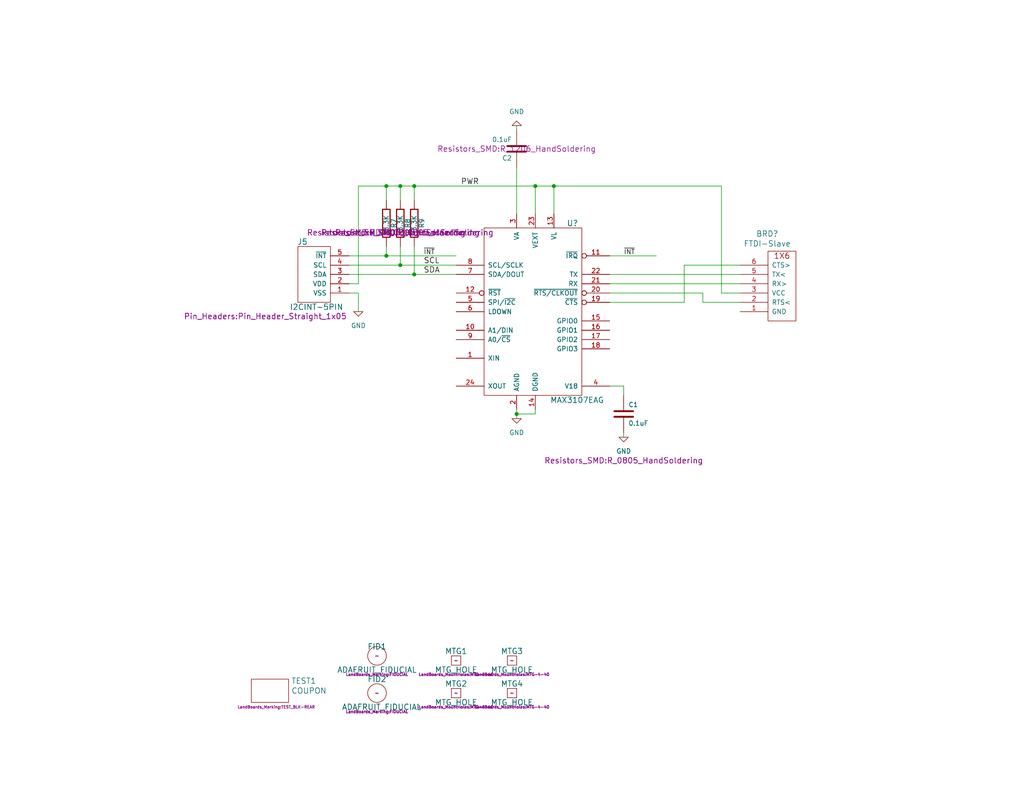
<source format=kicad_sch>
(kicad_sch (version 20211123) (generator eeschema)
  (paper "A")
  (title_block (title "I2C-Serial") (date "2022-06-19") (rev "1") (company "Land Boards LLC"))
  (lib_symbols
    (symbol "I2C-SERIAL-rescue:ADAFRUIT_FIDUCIAL-I2C-RPT-01-rescue" (pin_numbers hide) (pin_names (offset 0.0254) hide)
      (property "Reference" "adafruit" (at 0 0 0))
      (property "Value" "ADAFRUIT_FIDUCIAL-I2C-RPT-01-rescue" (at 0 0 0))
      (symbol "ADAFRUIT_FIDUCIAL-I2C-RPT-01-rescue_1_1"
        (circle (center 0 0) (radius 2.54))
      )
    )
    (symbol "I2C-SERIAL-rescue:C-I2C-RPT-01-rescue" (pin_numbers hide) (pin_names (offset 0.254))
      (property "Reference" "C" (at 1.27 2.54 0))
      (property "Value" "C-I2C-RPT-01-rescue" (at 1.27 -2.54 0))
      (symbol "C-I2C-RPT-01-rescue_0_1"
        (polyline (pts (xy -2.54 -0.762) (xy 2.54 -0.762)) (stroke (width 0.508)))
        (polyline (pts (xy -2.54 0.762) (xy 2.54 0.762)) (stroke (width 0.508)))
      )
      (symbol "C-I2C-RPT-01-rescue_1_1"
        (pin passive line (at 0 5.08 270) (length 4.318) (name "~") (number "1"))
        (pin passive line (at 0 -5.08 90) (length 4.318) (name "~") (number "2"))
      )
    )
    (symbol "I2C-SERIAL-rescue:GND-I2C-RPT-01-rescue" (power) (pin_names (offset 0))
      (symbol "GND-I2C-RPT-01-rescue_0_1"
        (polyline (pts (xy -1.27 0) (xy 0 -1.27) (xy 1.27 0) (xy -1.27 0)))
      )
      (symbol "GND-I2C-RPT-01-rescue_1_1"
        (pin power_in line (at 0 0 90) (length 0) hide (name "GND") (number "1"))
      )
    )
    (symbol "I2C-SERIAL-rescue:I2CINT-5PIN-I2C-RPT-01-rescue" (pin_names (offset 1.016))
      (property "Reference" "J?" (at -2.54 7.62 0))
      (property "Value" "I2CINT-5PIN-I2C-RPT-01-rescue" (at 1.27 -10.16 0))
      (symbol "I2CINT-5PIN-I2C-RPT-01-rescue_0_1"
        (rectangle (start -3.81 -8.89) (end 5.08 6.35))
      )
      (symbol "I2CINT-5PIN-I2C-RPT-01-rescue_1_1"
        (pin power_in line (at 10.16 -6.35 180) (length 5.08) (name "VSS") (number "1"))
        (pin power_in line (at 10.16 -3.81 180) (length 5.08) (name "VDD") (number "2"))
        (pin input line (at 10.16 -1.27 180) (length 5.08) (name "SDA") (number "3"))
        (pin input line (at 10.16 1.27 180) (length 5.08) (name "SCL") (number "4"))
        (pin bidirectional line (at 10.16 3.81 180) (length 5.08) (name "~{INT}") (number "5"))
      )
    )
    (symbol "I2C-SERIAL-rescue:MTG_HOLE-I2C-RPT-01-rescue" (pin_names (offset 1.016))
      (property "Reference" "MTG?" (at 0 2.54 0))
      (property "Value" "MTG_HOLE-I2C-RPT-01-rescue" (at 0 -2.54 0))
      (symbol "MTG_HOLE-I2C-RPT-01-rescue_0_1"
        (rectangle (start -1.27 -1.27) (end 1.27 -1.27))
        (rectangle (start -1.27 1.27) (end -1.27 -1.27))
        (rectangle (start 1.27 1.27) (end -1.27 1.27))
        (rectangle (start 1.27 1.27) (end 1.27 -1.27))
      )
    )
    (symbol "I2C-SERIAL-rescue:R-I2C-RPT-01-rescue" (pin_numbers hide) (pin_names (offset 0))
      (property "Reference" "R" (at 2.032 0 90))
      (property "Value" "R-I2C-RPT-01-rescue" (at 0 0 90))
      (symbol "R-I2C-RPT-01-rescue_0_1"
        (rectangle (start -1.016 3.81) (end 1.016 -3.81) (stroke (width 0.3048)))
      )
      (symbol "R-I2C-RPT-01-rescue_1_1"
        (pin passive line (at 0 6.35 270) (length 2.54) (name "~") (number "1"))
        (pin passive line (at 0 -6.35 90) (length 2.54) (name "~") (number "2"))
      )
    )
    (symbol "LandBoards:COUPON" (pin_names (offset 1.016))
      (property "Reference" "COUP?" (at 0 0 0))
      (property "Value" "COUPON" (at 0 0 0))
      (symbol "COUPON_0_1"
        (rectangle (start -5.08 0) (end 5.08 6.35))
      )
    )
    (symbol "LandBoards_Cards:FTDI-Slave" (pin_names (offset 1.016))
      (property "Reference" "BRD" (at 0 10.16 0))
      (property "Value" "FTDI-Slave" (at 0 -11.43 0))
      (symbol "FTDI-Slave_0_0"
        (rectangle (start 3.81 -10.16) (end -3.81 8.89))
        (text "1X6" (at 0 -8.89 0) (effects (font (size 1.524 1.524))))
      )
      (symbol "FTDI-Slave_1_1"
        (pin power_out line (at -11.43 6.35 0) (length 7.62) (name "GND") (number "1"))
        (pin input line (at -11.43 3.81 0) (length 7.62) (name "RTS<") (number "2"))
        (pin power_out line (at -11.43 1.27 0) (length 7.62) (name "VCC") (number "3"))
        (pin output line (at -11.43 -1.27 0) (length 7.62) (name "RX>") (number "4"))
        (pin input line (at -11.43 -3.81 0) (length 7.62) (name "TX<") (number "5"))
        (pin output line (at -11.43 -6.35 0) (length 7.62) (name "CTS>") (number "6"))
      )
    )
    (symbol "LandBoards_Semis:MAX3107EAG" (pin_names (offset 1.016))
      (property "Reference" "U" (at 7.62 24.13 0))
      (property "Value" "MAX3107EAG" (at 6.35 -24.13 0))
      (symbol "MAX3107EAG_0_1"
        (rectangle (start -13.97 -22.86) (end 12.7 22.86))
      )
      (symbol "MAX3107EAG_1_1"
        (pin passive line (at -21.59 -12.7 0) (length 7.62) (name "XIN") (number "1"))
        (pin input line (at -21.59 -5.08 0) (length 7.62) (name "A1/DIN") (number "10"))
        (pin open_collector inverted (at 20.32 15.24 180) (length 7.62) (name "~{IRQ}") (number "11"))
        (pin input inverted (at -21.59 5.08 0) (length 7.62) (name "~{RST}") (number "12"))
        (pin power_in line (at 5.08 26.67 270) (length 3.81) (name "VL") (number "13"))
        (pin power_in line (at 0 -26.67 90) (length 3.81) (name "DGND") (number "14"))
        (pin tri_state line (at 20.32 -2.54 180) (length 7.62) (name "GPIO0") (number "15"))
        (pin tri_state line (at 20.32 -5.08 180) (length 7.62) (name "GPIO1") (number "16"))
        (pin tri_state line (at 20.32 -7.62 180) (length 7.62) (name "GPIO2") (number "17"))
        (pin tri_state line (at 20.32 -10.16 180) (length 7.62) (name "GPIO3") (number "18"))
        (pin input inverted (at 20.32 2.54 180) (length 7.62) (name "~{CTS}") (number "19"))
        (pin power_in line (at -5.08 -26.67 90) (length 3.81) (name "AGND") (number "2"))
        (pin output inverted (at 20.32 5.08 180) (length 7.62) (name "~{RTS/CLKOUT}") (number "20"))
        (pin input line (at 20.32 7.62 180) (length 7.62) (name "RX") (number "21"))
        (pin output line (at 20.32 10.16 180) (length 7.62) (name "TX") (number "22"))
        (pin power_in line (at 0 26.67 270) (length 3.81) (name "VEXT") (number "23"))
        (pin passive line (at -21.59 -20.32 0) (length 7.62) (name "XOUT") (number "24"))
        (pin power_in line (at -5.08 26.67 270) (length 3.81) (name "VA") (number "3"))
        (pin power_out line (at 20.32 -20.32 180) (length 7.62) (name "V18") (number "4"))
        (pin input line (at -21.59 2.54 0) (length 7.62) (name "SPI/~{I2C}") (number "5"))
        (pin input line (at -21.59 0 0) (length 7.62) (name "LDOWN") (number "6"))
        (pin output line (at -21.59 10.16 0) (length 7.62) (name "SDA/DOUT") (number "7"))
        (pin input line (at -21.59 12.7 0) (length 7.62) (name "SCL/SCLK") (number "8"))
        (pin input line (at -21.59 -7.62 0) (length 7.62) (name "A0/~{CS}") (number "9"))
      )
    )
  )
  (junction (at 113.03 74.93))
  (junction (at 109.22 50.8))
  (junction (at 140.97 113.03))
  (junction (at 105.41 50.8))
  (junction (at 151.13 50.8))
  (junction (at 113.03 50.8))
  (junction (at 109.22 72.39))
  (junction (at 105.41 69.85))
  (junction (at 146.05 50.8))
  (wire (pts (xy 166.37 74.93) (xy 201.93 74.93)))
  (wire (pts (xy 95.25 74.93) (xy 113.03 74.93)))
  (wire (pts (xy 113.03 50.8) (xy 146.05 50.8)))
  (wire (pts (xy 140.97 35.56) (xy 140.97 34.29)))
  (wire (pts (xy 113.03 74.93) (xy 124.46 74.93)))
  (wire (pts (xy 166.37 69.85) (xy 179.07 69.85)))
  (wire (pts (xy 151.13 58.42) (xy 151.13 50.8)))
  (wire (pts (xy 109.22 54.61) (xy 109.22 50.8)))
  (wire (pts (xy 201.93 82.55) (xy 191.77 82.55)))
  (wire (pts (xy 186.69 82.55) (xy 186.69 72.39)))
  (wire (pts (xy 140.97 45.72) (xy 140.97 58.42)))
  (wire (pts (xy 105.41 69.85) (xy 124.46 69.85)))
  (wire (pts (xy 151.13 50.8) (xy 146.05 50.8)))
  (wire (pts (xy 109.22 67.31) (xy 109.22 72.39)))
  (wire (pts (xy 191.77 80.01) (xy 166.37 80.01)))
  (wire (pts (xy 140.97 113.03) (xy 146.05 113.03)))
  (wire (pts (xy 170.18 105.41) (xy 170.18 107.95)))
  (wire (pts (xy 166.37 105.41) (xy 170.18 105.41)))
  (wire (pts (xy 95.25 72.39) (xy 109.22 72.39)))
  (wire (pts (xy 146.05 50.8) (xy 146.05 58.42)))
  (wire (pts (xy 105.41 54.61) (xy 105.41 50.8)))
  (wire (pts (xy 105.41 50.8) (xy 97.79 50.8)))
  (wire (pts (xy 95.25 69.85) (xy 105.41 69.85)))
  (wire (pts (xy 196.85 50.8) (xy 196.85 80.01)))
  (wire (pts (xy 105.41 50.8) (xy 109.22 50.8)))
  (wire (pts (xy 191.77 82.55) (xy 191.77 80.01)))
  (wire (pts (xy 113.03 67.31) (xy 113.03 74.93)))
  (wire (pts (xy 113.03 54.61) (xy 113.03 50.8)))
  (wire (pts (xy 166.37 82.55) (xy 186.69 82.55)))
  (wire (pts (xy 201.93 77.47) (xy 166.37 77.47)))
  (wire (pts (xy 140.97 113.03) (xy 140.97 114.3)))
  (wire (pts (xy 95.25 80.01) (xy 97.79 80.01)))
  (wire (pts (xy 105.41 67.31) (xy 105.41 69.85)))
  (wire (pts (xy 201.93 80.01) (xy 196.85 80.01)))
  (wire (pts (xy 146.05 113.03) (xy 146.05 111.76)))
  (wire (pts (xy 151.13 50.8) (xy 196.85 50.8)))
  (wire (pts (xy 109.22 50.8) (xy 113.03 50.8)))
  (wire (pts (xy 97.79 77.47) (xy 95.25 77.47)))
  (wire (pts (xy 97.79 80.01) (xy 97.79 85.09)))
  (wire (pts (xy 140.97 111.76) (xy 140.97 113.03)))
  (wire (pts (xy 109.22 72.39) (xy 124.46 72.39)))
  (wire (pts (xy 97.79 50.8) (xy 97.79 77.47)))
  (wire (pts (xy 170.18 118.11) (xy 170.18 119.38)))
  (wire (pts (xy 186.69 72.39) (xy 201.93 72.39)))
  (label "PWR" (at 125.73 50.8 0) (effects (font (size 1.524 1.524))))
  (label "SCL" (at 115.57 72.39 0) (effects (font (size 1.524 1.524))))
  (label "SDA" (at 115.57 74.93 0) (effects (font (size 1.524 1.524))))
  (label "~{INT}" (at 170.18 69.85 0))
  (label "~{INT}" (at 115.57 69.85 0))
  (symbol (lib_id "I2C-SERIAL-rescue:MTG_HOLE-I2C-RPT-01-rescue") (at 124.46 180.34 0) (unit 1)
    (property "Reference" "MTG1" (at 124.46 177.8 0) (effects (font (size 1.524 1.524))))
    (property "Value" "MTG_HOLE" (at 124.46 182.88 0) (effects (font (size 1.524 1.524))))
    (property "Footprint" "LandBoards_MountHoles:MTG-4-40" (at 124.46 184.15 0) (effects (font (size 0.762 0.762))))
    (property "Datasheet" "~" (at 124.46 180.34 0) (effects (font (size 1.524 1.524))))
  )
  (symbol (lib_id "I2C-SERIAL-rescue:ADAFRUIT_FIDUCIAL-I2C-RPT-01-rescue") (at 102.87 189.23 0) (unit 1)
    (property "Reference" "FID2" (at 102.87 185.42 0) (effects (font (size 1.524 1.524))))
    (property "Value" "ADAFRUIT_FIDUCIAL" (at 104.14 193.04 0) (effects (font (size 1.524 1.524))))
    (property "Footprint" "LandBoards_Marking:FIDUCIAL" (at 102.87 194.31 0) (effects (font (size 0.762 0.762))))
    (property "Datasheet" "~" (at 102.87 189.23 0) (effects (font (size 1.524 1.524))))
  )
  (symbol (lib_id "I2C-SERIAL-rescue:ADAFRUIT_FIDUCIAL-I2C-RPT-01-rescue") (at 102.87 179.07 0) (unit 1)
    (property "Reference" "FID1" (at 102.87 176.53 0) (effects (font (size 1.524 1.524))))
    (property "Value" "ADAFRUIT_FIDUCIAL" (at 102.87 182.88 0) (effects (font (size 1.524 1.524))))
    (property "Footprint" "LandBoards_Marking:FIDUCIAL" (at 102.87 184.15 0) (effects (font (size 0.762 0.762))))
    (property "Datasheet" "~" (at 102.87 179.07 0) (effects (font (size 1.524 1.524))))
  )
  (symbol (lib_id "I2C-SERIAL-rescue:MTG_HOLE-I2C-RPT-01-rescue") (at 124.46 189.23 0) (unit 1)
    (property "Reference" "MTG2" (at 124.46 186.69 0) (effects (font (size 1.524 1.524))))
    (property "Value" "MTG_HOLE" (at 124.46 191.77 0) (effects (font (size 1.524 1.524))))
    (property "Footprint" "LandBoards_MountHoles:MTG-4-40" (at 124.46 193.04 0) (effects (font (size 0.762 0.762))))
    (property "Datasheet" "~" (at 124.46 189.23 0) (effects (font (size 1.524 1.524))))
  )
  (symbol (lib_id "I2C-SERIAL-rescue:MTG_HOLE-I2C-RPT-01-rescue") (at 139.7 180.34 0) (unit 1)
    (property "Reference" "MTG3" (at 139.7 177.8 0) (effects (font (size 1.524 1.524))))
    (property "Value" "MTG_HOLE" (at 139.7 182.88 0) (effects (font (size 1.524 1.524))))
    (property "Footprint" "LandBoards_MountHoles:MTG-4-40" (at 139.7 184.15 0) (effects (font (size 0.762 0.762))))
    (property "Datasheet" "~" (at 139.7 180.34 0) (effects (font (size 1.524 1.524))))
  )
  (symbol (lib_id "I2C-SERIAL-rescue:MTG_HOLE-I2C-RPT-01-rescue") (at 139.7 189.23 0) (unit 1)
    (property "Reference" "MTG4" (at 139.7 186.69 0) (effects (font (size 1.524 1.524))))
    (property "Value" "MTG_HOLE" (at 139.7 191.77 0) (effects (font (size 1.524 1.524))))
    (property "Footprint" "LandBoards_MountHoles:MTG-4-40" (at 139.7 193.04 0) (effects (font (size 0.762 0.762))))
    (property "Datasheet" "~" (at 139.7 189.23 0) (effects (font (size 1.524 1.524))))
  )
  (symbol (lib_id "I2C-SERIAL-rescue:I2CINT-5PIN-I2C-RPT-01-rescue") (at 85.09 73.66 0) (unit 1)
    (property "Reference" "J5" (at 82.55 66.04 0) (effects (font (size 1.524 1.524))))
    (property "Value" "I2CINT-5PIN" (at 86.36 83.82 0) (effects (font (size 1.524 1.524))))
    (property "Footprint" "Pin_Headers:Pin_Header_Straight_1x05" (at 72.39 86.36 0) (effects (font (size 1.524 1.524))))
  )
  (symbol (lib_id "I2C-SERIAL-rescue:R-I2C-RPT-01-rescue") (at 113.03 60.96 0) (unit 1)
    (property "Reference" "R9" (at 115.062 60.96 90))
    (property "Value" "3.3K" (at 113.03 60.96 90))
    (property "Footprint" "Resistors_SMD:R_0805_HandSoldering" (at 113.03 63.5 0) (effects (font (size 1.524 1.524))))
  )
  (symbol (lib_id "I2C-SERIAL-rescue:R-I2C-RPT-01-rescue") (at 109.22 60.96 0) (unit 1)
    (property "Reference" "R8" (at 111.252 60.96 90))
    (property "Value" "3.3K" (at 109.22 60.96 90))
    (property "Footprint" "Resistors_SMD:R_0805_HandSoldering" (at 109.22 63.5 0) (effects (font (size 1.524 1.524))))
  )
  (symbol (lib_id "I2C-SERIAL-rescue:R-I2C-RPT-01-rescue") (at 105.41 60.96 0) (unit 1)
    (property "Reference" "R7" (at 107.442 60.96 90))
    (property "Value" "3.3K" (at 105.41 60.96 90))
    (property "Footprint" "Resistors_SMD:R_0805_HandSoldering" (at 105.41 63.5 0) (effects (font (size 1.524 1.524))))
  )
  (symbol (lib_id "I2C-SERIAL-rescue:GND-I2C-RPT-01-rescue") (at 140.97 114.3 0) (unit 1)
    (property "Reference" "#PWR07" (effects hide))
    (property "Value" "GND" (at 140.97 118.11 0))
  )
  (symbol (lib_id "I2C-SERIAL-rescue:GND-I2C-RPT-01-rescue") (at 170.18 119.38 0) (unit 1)
    (property "Reference" "#PWR08" (effects hide))
    (property "Value" "GND" (at 170.18 123.19 0))
  )
  (symbol (lib_id "I2C-SERIAL-rescue:C-I2C-RPT-01-rescue") (at 170.18 113.03 0) (unit 1)
    (property "Reference" "C1" (at 171.45 110.49 0) (effects (justify left)))
    (property "Value" "0.1uF" (at 171.45 115.57 0) (effects (justify left)))
    (property "Footprint" "Resistors_SMD:R_0805_HandSoldering" (at 170.18 125.73 0) (effects (font (size 1.524 1.524))))
  )
  (symbol (lib_id "I2C-SERIAL-rescue:GND-I2C-RPT-01-rescue") (at 140.97 34.29 180) (unit 1)
    (property "Reference" "#PWR09" (effects hide))
    (property "Value" "GND" (at 140.97 30.48 0))
  )
  (symbol (lib_id "I2C-SERIAL-rescue:C-I2C-RPT-01-rescue") (at 140.97 40.64 180) (unit 1)
    (property "Reference" "C2" (at 139.7 43.18 0) (effects (justify left)))
    (property "Value" "0.1uF" (at 139.7 38.1 0) (effects (justify left)))
    (property "Footprint" "Resistors_SMD:R_1206_HandSoldering" (at 140.97 40.64 0) (effects (font (size 1.524 1.524))))
  )
  (symbol (lib_id "LandBoards_Semis:MAX3107EAG") (at 146.05 85.09 0) (unit 1)
    (property "Reference" "U?" (at 156.21 60.96 0) (effects (font (size 1.524 1.524))))
    (property "Value" "MAX3107EAG" (at 157.48 109.22 0) (effects (font (size 1.524 1.524))))
  )
  (symbol (lib_id "I2C-SERIAL-rescue:GND-I2C-RPT-01-rescue") (at 97.79 85.09 0) (unit 1)
    (property "Reference" "#PWR?" (effects hide))
    (property "Value" "GND" (at 97.79 88.9 0))
  )
  (symbol (lib_id "LandBoards:COUPON") (at 73.66 191.77 0) (unit 1)
    (property "Reference" "TEST1" (at 79.4512 185.9026 0) (effects (font (size 1.524 1.524)) (justify left)))
    (property "Value" "COUPON" (at 79.4512 188.595 0) (effects (font (size 1.524 1.524)) (justify left)))
    (property "Footprint" "LandBoards_Marking:TEST_BLK-REAR" (at 64.77 193.04 0) (effects (font (size 0.762 0.762)) (justify left)))
  )
  (symbol (lib_id "LandBoards_Cards:FTDI-Slave") (at 213.36 78.74 0) (mirror x) (unit 1)
    (property "Reference" "BRD?" (at 209.3468 63.8302 0) (effects (font (size 1.524 1.524))))
    (property "Value" "FTDI-Slave" (at 209.3468 66.5226 0) (effects (font (size 1.524 1.524))))
  )
)
</source>
